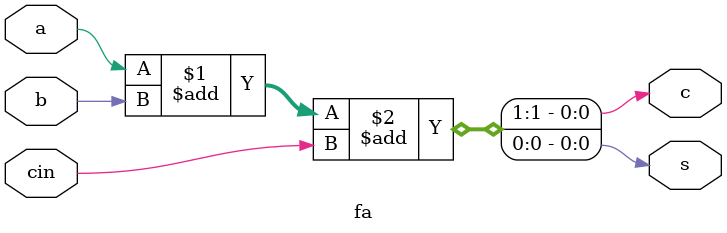
<source format=v>
module top_module (
    input [3:0] x,
    input [3:0] y, 
    output [4:0] sum);

    wire [4:0] c;
    
    assign c[0] = 0;
    assign sum[4] = c[4];
    genvar i;
    
    generate
        for (i = 0 ; i < 4 ; i ++ )
            begin : hwierh
                fa fa_i( .a(x[i]) , .b(y[i]) , .cin(c[i]) , .c(c[i+1]) , .s(sum[i]));
            end
    endgenerate
endmodule

module fa(
    input a, b, cin,
    output c, s);
    assign {c,s} = a + b + cin;
endmodule

</source>
